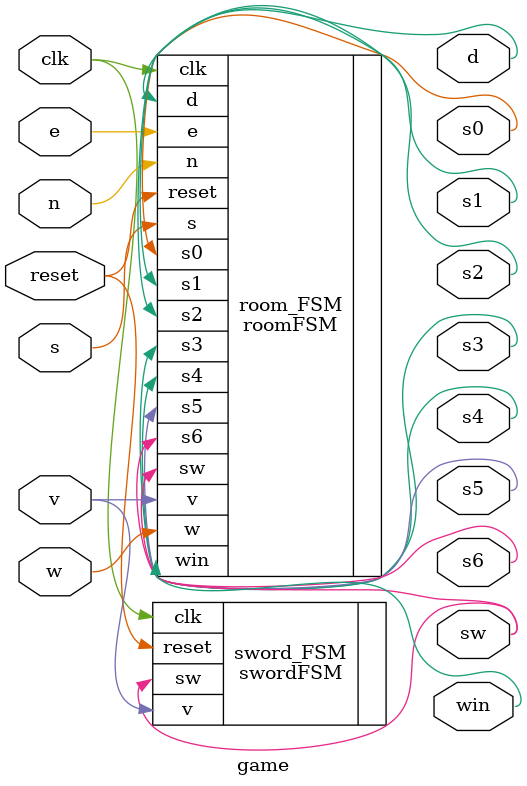
<source format=v>
module game (
    input clk,
    input n,
    input s,
    input e,
    input w,
    input v,
    input reset,
    output reg s6,
    output reg win,
    output reg s5,
    output reg d,
    output reg s4,
    output reg s3,
    output reg sw,
    output reg s2,
    output reg s1,
    output reg s0
);


    roomFSM room_FSM (
        .clk(clk),
        .n(n),
        .s(s),
        .e(e),
        .w(w),
        .v(v),
        .reset(reset),
        .s6(s6),
        .win(win),
        .s5(s5),
        .d(d),
        .s4(s4),
        .s3(s3),
        .sw(sw),
        .s2(s2),
        .s1(s1),
        .s0(s0)
    );

    swordFSM sword_FSM (
        .sw(sw),
        .reset(reset),
        .clk(clk),
        .v(v)
    );

endmodule

</source>
